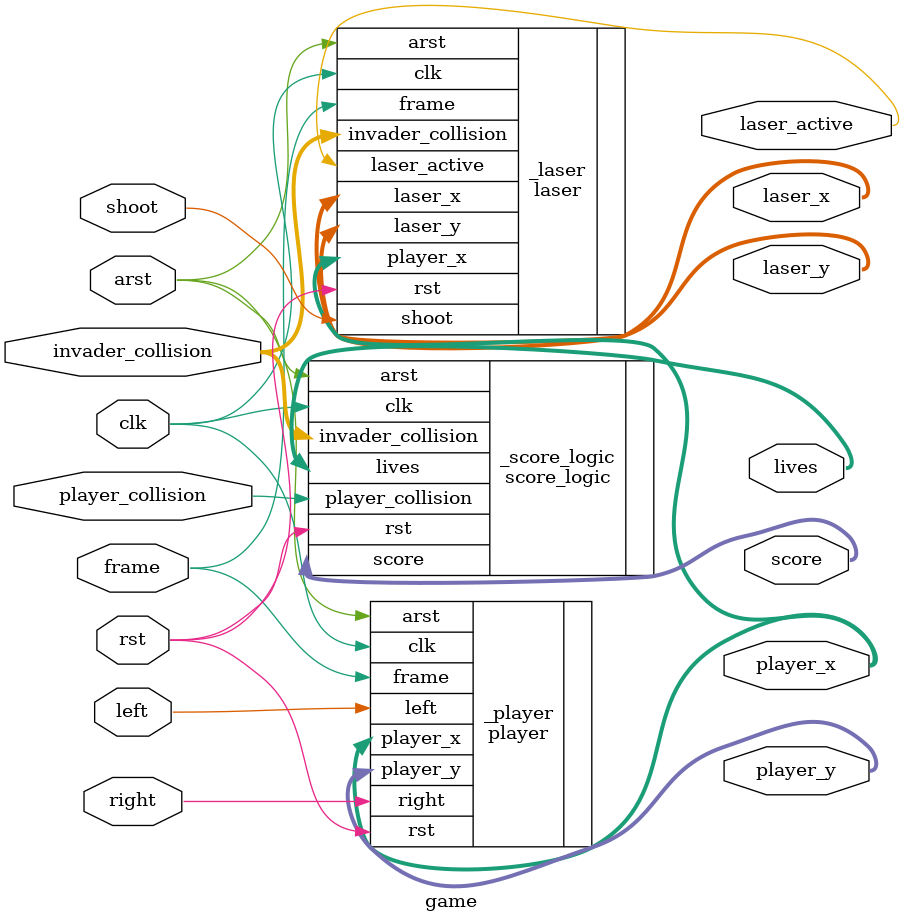
<source format=v>
module game(
	// Inputs
	clk,
	rst,
	arst,
	left,
	right,
	shoot,
	player_collision,
	invader_collision,
	frame,
	
	// Outputs
	lives,
	score,
	player_x,
	player_y,
	laser_x,
	laser_y,
	laser_active
	);

	input clk, rst, arst, left, right, shoot;
	input frame, player_collision;
	input [5:0] invader_collision;
	
	output wire [1:0] lives;
	output wire [6:0] score;
	output wire laser_active;
	output wire [9:0] player_x, player_y, laser_x, laser_y;
	
	score_logic _score_logic (
		.clk,
		.rst,
		.arst,
		.invader_collision,
		.player_collision,
		.lives,
		.score
	);
	
	player _player (
		.clk,
		.rst,
		.arst,
		.frame,
		.left,
		.right,
		.player_x,
		.player_y
	);
	
	laser _laser (
		.clk,
		.rst,
		.arst,
		.frame,
		.shoot,
		.player_x,
		.invader_collision,
		.laser_active,
		.laser_x,
		.laser_y
	);

endmodule

</source>
